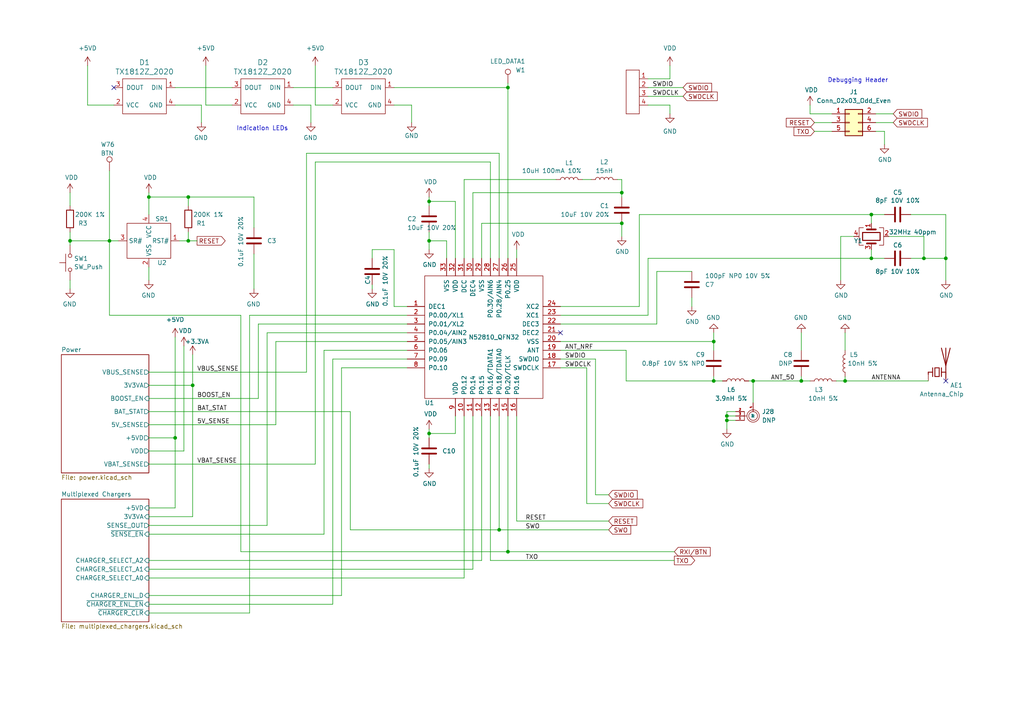
<source format=kicad_sch>
(kicad_sch (version 20230121) (generator eeschema)
  (paper "A4")
  (lib_symbols
    (symbol "Connector_Generic:Conn_02x03_Odd_Even" (pin_names (offset 1.016) hide)
      (property "Reference" "J" (at 1.27 5.08 0))
      (property "Value" "Conn_02x03_Odd_Even" (at 1.27 -5.08 0))
      (symbol "Conn_02x03_Odd_Even_1_1"
        (rectangle (start -1.27 -2.413) (end 0 -2.667) (stroke (width 0.1524)))
        (rectangle (start -1.27 0.127) (end 0 -0.127) (stroke (width 0.1524)))
        (rectangle (start -1.27 2.667) (end 0 2.413) (stroke (width 0.1524)))
        (rectangle (start -1.27 3.81) (end 3.81 -3.81) (stroke (width 0.254)) (fill (type background)))
        (rectangle (start 3.81 -2.413) (end 2.54 -2.667) (stroke (width 0.1524)))
        (rectangle (start 3.81 0.127) (end 2.54 -0.127) (stroke (width 0.1524)))
        (rectangle (start 3.81 2.667) (end 2.54 2.413) (stroke (width 0.1524)))
        (pin passive line (at -5.08 2.54 0) (length 3.81) (name "Pin_1") (number "1"))
        (pin passive line (at 7.62 2.54 180) (length 3.81) (name "Pin_2") (number "2"))
        (pin passive line (at -5.08 0 0) (length 3.81) (name "Pin_3") (number "3"))
        (pin passive line (at 7.62 0 180) (length 3.81) (name "Pin_4") (number "4"))
        (pin passive line (at -5.08 -2.54 0) (length 3.81) (name "Pin_5") (number "5"))
        (pin passive line (at 7.62 -2.54 180) (length 3.81) (name "Pin_6") (number "6"))
      )
    )
    (symbol "Device:Antenna_Chip" (pin_numbers hide) (pin_names (offset 1.016) hide)
      (property "Reference" "AE" (at 0 5.08 0))
      (property "Value" "Antenna_Chip" (at 0 3.175 0))
      (symbol "Antenna_Chip_0_1"
        (polyline (pts (xy -2.54 0) (xy -2.54 -0.635)) (stroke (width 0.254)))
        (polyline (pts (xy -2.54 0) (xy -1.27 0)) (stroke (width 0.254)))
        (polyline (pts (xy 1.27 0) (xy 2.54 0)) (stroke (width 0.254)))
        (polyline (pts (xy 1.27 1.27) (xy 1.27 -1.27)) (stroke (width 0.254)))
        (polyline (pts (xy 2.54 -0.635) (xy 2.54 0)))
        (polyline (pts (xy 2.54 6.985) (xy 2.54 -1.905)) (stroke (width 0.254)))
        (polyline (pts (xy -1.27 1.27) (xy -1.27 -1.27) (xy -1.27 0)) (stroke (width 0.254)))
        (polyline (pts (xy 3.81 6.985) (xy 2.54 1.905) (xy 1.27 6.985)) (stroke (width 0.254)))
        (polyline (pts (xy -0.635 1.27) (xy 0.635 1.27) (xy 0.635 -1.27) (xy -0.635 -1.27) (xy -0.635 1.27)) (stroke (width 0.254)))
      )
      (symbol "Antenna_Chip_1_1"
        (pin input line (at -2.54 -2.54 90) (length 2.54) (name "FEED") (number "1"))
        (pin passive line (at 2.54 -2.54 90) (length 2.54) (name "PCB_Trace") (number "2"))
      )
    )
    (symbol "Device:C" (pin_numbers hide) (pin_names (offset 0.254))
      (property "Reference" "C" (at 0.635 2.54 0))
      (property "Value" "C" (at 0.635 -2.54 0))
      (symbol "C_0_1"
        (polyline (pts (xy -2.032 -0.762) (xy 2.032 -0.762)) (stroke (width 0.508)))
        (polyline (pts (xy -2.032 0.762) (xy 2.032 0.762)) (stroke (width 0.508)))
      )
      (symbol "C_1_1"
        (pin passive line (at 0 3.81 270) (length 2.794) (name "~") (number "1"))
        (pin passive line (at 0 -3.81 90) (length 2.794) (name "~") (number "2"))
      )
    )
    (symbol "Device:Crystal_GND24" (pin_names (offset 1.016) hide)
      (property "Reference" "Y" (at 3.175 5.08 0))
      (property "Value" "Crystal_GND24" (at 3.175 3.175 0))
      (symbol "Crystal_GND24_0_1"
        (rectangle (start -1.143 2.54) (end 1.143 -2.54) (stroke (width 0.3048)))
        (polyline (pts (xy -2.54 0) (xy -2.032 0)))
        (polyline (pts (xy -2.032 -1.27) (xy -2.032 1.27)) (stroke (width 0.508)))
        (polyline (pts (xy 0 -3.81) (xy 0 -3.556)))
        (polyline (pts (xy 0 3.556) (xy 0 3.81)))
        (polyline (pts (xy 2.032 -1.27) (xy 2.032 1.27)) (stroke (width 0.508)))
        (polyline (pts (xy 2.032 0) (xy 2.54 0)))
        (polyline (pts (xy -2.54 -2.286) (xy -2.54 -3.556) (xy 2.54 -3.556) (xy 2.54 -2.286)))
        (polyline (pts (xy -2.54 2.286) (xy -2.54 3.556) (xy 2.54 3.556) (xy 2.54 2.286)))
      )
      (symbol "Crystal_GND24_1_1"
        (pin passive line (at -3.81 0 0) (length 1.27) (name "1") (number "1"))
        (pin passive line (at 0 5.08 270) (length 1.27) (name "2") (number "2"))
        (pin passive line (at 3.81 0 180) (length 1.27) (name "3") (number "3"))
        (pin passive line (at 0 -5.08 90) (length 1.27) (name "4") (number "4"))
      )
    )
    (symbol "Device:L" (pin_numbers hide) (pin_names (offset 1.016) hide)
      (property "Reference" "L" (at -1.27 0 90))
      (property "Value" "L" (at 1.905 0 90))
      (symbol "L_0_1"
        (arc (start 0 -2.54) (mid 0.6323 -1.905) (end 0 -1.27))
        (arc (start 0 -1.27) (mid 0.6323 -0.635) (end 0 0))
        (arc (start 0 0) (mid 0.6323 0.635) (end 0 1.27))
        (arc (start 0 1.27) (mid 0.6323 1.905) (end 0 2.54))
      )
      (symbol "L_1_1"
        (pin passive line (at 0 3.81 270) (length 1.27) (name "1") (number "1"))
        (pin passive line (at 0 -3.81 90) (length 1.27) (name "2") (number "2"))
      )
    )
    (symbol "Device:R" (pin_numbers hide) (pin_names (offset 0))
      (property "Reference" "R" (at 2.032 0 90))
      (property "Value" "R" (at 0 0 90))
      (symbol "R_0_1"
        (rectangle (start -1.016 -2.54) (end 1.016 2.54) (stroke (width 0.254)))
      )
      (symbol "R_1_1"
        (pin passive line (at 0 3.81 270) (length 1.27) (name "~") (number "1"))
        (pin passive line (at 0 -3.81 90) (length 1.27) (name "~") (number "2"))
      )
    )
    (symbol "Pixels-dice:N52810_QFN32" (pin_names (offset 1.016))
      (property "Reference" "U" (at 13.97 -19.05 0))
      (property "Value" "N52810_QFN32" (at 2.54 0 0))
      (symbol "N52810_QFN32_0_1"
        (rectangle (start -17.78 17.78) (end 16.51 -17.78))
      )
      (symbol "N52810_QFN32_1_1"
        (pin power_out line (at -22.86 8.89 0) (length 5.08) (name "DEC1") (number "1"))
        (pin bidirectional line (at -6.35 -22.86 90) (length 5.08) (name "P0.12") (number "10"))
        (pin bidirectional line (at -3.81 -22.86 90) (length 5.08) (name "P0.14") (number "11"))
        (pin bidirectional line (at -1.27 -22.86 90) (length 5.08) (name "P0.15") (number "12"))
        (pin bidirectional line (at 1.27 -22.86 90) (length 5.08) (name "P0.16/TDATA1") (number "13"))
        (pin bidirectional line (at 3.81 -22.86 90) (length 5.08) (name "P0.18/TDATA0") (number "14"))
        (pin bidirectional line (at 6.35 -22.86 90) (length 5.08) (name "P0.20/TCLK") (number "15"))
        (pin bidirectional line (at 8.89 -22.86 90) (length 5.08) (name "P0.16") (number "16"))
        (pin bidirectional line (at 21.59 -8.89 180) (length 5.08) (name "SWDCLK") (number "17"))
        (pin bidirectional line (at 21.59 -6.35 180) (length 5.08) (name "SWDIO") (number "18"))
        (pin output line (at 21.59 -3.81 180) (length 5.08) (name "ANT") (number "19"))
        (pin bidirectional line (at -22.86 6.35 0) (length 5.08) (name "P0.00/XL1") (number "2"))
        (pin output line (at 21.59 -1.27 180) (length 5.08) (name "VSS") (number "20"))
        (pin output line (at 21.59 1.27 180) (length 5.08) (name "DEC2") (number "21"))
        (pin output line (at 21.59 3.81 180) (length 5.08) (name "DEC3") (number "22"))
        (pin output line (at 21.59 6.35 180) (length 5.08) (name "XC1") (number "23"))
        (pin input line (at 21.59 8.89 180) (length 5.08) (name "XC2") (number "24"))
        (pin power_in line (at 8.89 22.86 270) (length 5.08) (name "VDD") (number "25"))
        (pin bidirectional line (at 6.35 22.86 270) (length 5.08) (name "P0.25") (number "26"))
        (pin bidirectional line (at 3.81 22.86 270) (length 5.08) (name "P0.28/AIN4") (number "27"))
        (pin bidirectional line (at 1.27 22.86 270) (length 5.08) (name "P0.30/AIN6") (number "28"))
        (pin power_in line (at -1.27 22.86 270) (length 5.08) (name "VSS") (number "29"))
        (pin bidirectional line (at -22.86 3.81 0) (length 5.08) (name "P0.01/XL2") (number "3"))
        (pin output line (at -3.81 22.86 270) (length 5.08) (name "DEC4") (number "30"))
        (pin output line (at -6.35 22.86 270) (length 5.08) (name "DCC") (number "31"))
        (pin power_in line (at -8.89 22.86 270) (length 5.08) (name "VDD") (number "32"))
        (pin power_in line (at -11.43 22.86 270) (length 5.08) (name "VSS") (number "33"))
        (pin bidirectional line (at -22.86 1.27 0) (length 5.08) (name "P0.04/AIN2") (number "4"))
        (pin bidirectional line (at -22.86 -1.27 0) (length 5.08) (name "P0.05/AIN3") (number "5"))
        (pin bidirectional line (at -22.86 -3.81 0) (length 5.08) (name "P0.06") (number "6"))
        (pin bidirectional line (at -22.86 -6.35 0) (length 5.08) (name "P0.09") (number "7"))
        (pin bidirectional line (at -22.86 -8.89 0) (length 5.08) (name "P0.10") (number "8"))
        (pin power_in line (at -8.89 -22.86 90) (length 5.08) (name "VDD") (number "9"))
      )
    )
    (symbol "Pixels-dice:SR1"
      (property "Reference" "U" (at 3.81 -6.35 0))
      (symbol "SR1_0_1"
        (polyline (pts (xy -6.35 5.08) (xy -6.35 -5.08) (xy 6.35 -5.08) (xy 6.35 5.08) (xy -6.35 5.08)))
      )
      (symbol "SR1_1_1"
        (pin output line (at 8.89 0 180) (length 2.54) (name "RST#") (number "1"))
        (pin power_in line (at 0 -7.62 90) (length 2.54) (name "VSS") (number "2"))
        (pin input line (at -8.89 0 0) (length 2.54) (name "SR#") (number "3"))
        (pin power_in line (at 0 7.62 270) (length 2.54) (name "VCC") (number "4"))
      )
    )
    (symbol "Pixels-dice:TEST_1P-conn" (pin_numbers hide) (pin_names (offset 0.762) hide)
      (property "Reference" "W" (at 0 6.858 0))
      (property "Value" "TEST_1P-conn" (at 0 5.08 0))
      (symbol "TEST_1P-conn_0_1"
        (circle (center 0 3.302) (radius 0.762))
      )
      (symbol "TEST_1P-conn_1_1"
        (pin passive line (at 0 0 90) (length 2.54) (name "1") (number "1"))
      )
    )
    (symbol "Pixels-dice:TX1812Z_2020" (pin_names (offset 1.016))
      (property "Reference" "D" (at 0 -6.35 0))
      (property "Value" "TX1812Z_2020" (at 0 6.35 0))
      (symbol "TX1812Z_2020_0_1"
        (rectangle (start -6.35 5.08) (end 6.35 -5.08))
      )
      (symbol "TX1812Z_2020_1_1"
        (pin input line (at -8.89 2.54 0) (length 2.54) (name "DIN") (number "1"))
        (pin power_in line (at 8.89 -2.54 180) (length 2.54) (name "VCC") (number "2"))
        (pin output line (at 8.89 2.54 180) (length 2.54) (name "DOUT") (number "3"))
        (pin power_in line (at -8.89 -2.54 0) (length 2.54) (name "GND") (number "4"))
      )
    )
    (symbol "Pixels-dice:W.FL"
      (property "Reference" "J" (at 3.81 -1.27 0))
      (property "Value" "W.FL" (at 4.445 1.27 0))
      (symbol "W.FL_0_1"
        (polyline (pts (xy -1.27 -2.54) (xy 1.27 -2.54)))
        (polyline (pts (xy 0 -2.54) (xy 0 -1.905)))
        (circle (center 0 0) (radius 1.27))
        (circle (center 0 0) (radius 1.7961))
      )
      (symbol "W.FL_1_1"
        (pin passive line (at 1.27 -5.08 90) (length 2.54) (name "") (number "1"))
        (pin passive line (at -1.27 -5.08 90) (length 2.54) (name "") (number "2"))
        (pin passive line (at 0 -5.08 90) (length 2.54) (name "") (number "3"))
        (pin passive line (at -3.81 0 0) (length 2.54) (name "RF") (number "4"))
      )
    )
    (symbol "Pixels-dice:heard4"
      (symbol "heard4_0_1"
        (rectangle (start -3.81 6.35) (end -3.81 -6.35))
        (rectangle (start -3.81 6.35) (end 0 6.35))
        (rectangle (start 0 -6.35) (end -3.81 -6.35))
        (rectangle (start 0 6.35) (end 0 -6.35))
      )
      (symbol "heard4_1_1"
        (pin free line (at 2.54 3.81 180) (length 2.54) (name "") (number "1"))
        (pin free line (at 2.54 1.27 180) (length 2.54) (name "") (number "2"))
        (pin free line (at 2.54 -1.27 180) (length 2.54) (name "") (number "3"))
        (pin free line (at 2.54 -3.81 180) (length 2.54) (name "") (number "4"))
      )
    )
    (symbol "Switch:SW_Push" (pin_numbers hide) (pin_names (offset 1.016) hide)
      (property "Reference" "SW" (at 1.27 2.54 0))
      (property "Value" "SW_Push" (at 0 -1.524 0))
      (symbol "SW_Push_0_1"
        (circle (center -2.032 0) (radius 0.508))
        (polyline (pts (xy 0 1.27) (xy 0 3.048)))
        (polyline (pts (xy 2.54 1.27) (xy -2.54 1.27)))
        (circle (center 2.032 0) (radius 0.508))
        (pin passive line (at -5.08 0 0) (length 2.54) (name "1") (number "1"))
        (pin passive line (at 5.08 0 180) (length 2.54) (name "2") (number "2"))
      )
    )
    (symbol "power:+3.3VA" (power) (pin_names (offset 0))
      (property "Value" "+3.3VA" (at 0 3.556 0))
      (symbol "+3.3VA_0_1"
        (polyline (pts (xy -0.762 1.27) (xy 0 2.54)))
        (polyline (pts (xy 0 0) (xy 0 2.54)))
        (polyline (pts (xy 0 2.54) (xy 0.762 1.27)))
      )
      (symbol "+3.3VA_1_1"
        (pin power_in line (at 0 0 90) (length 0) hide (name "+3.3VA") (number "1"))
      )
    )
    (symbol "power:+5VD" (power) (pin_names (offset 0))
      (property "Value" "+5VD" (at 0 3.556 0))
      (symbol "+5VD_0_1"
        (polyline (pts (xy -0.762 1.27) (xy 0 2.54)))
        (polyline (pts (xy 0 0) (xy 0 2.54)))
        (polyline (pts (xy 0 2.54) (xy 0.762 1.27)))
      )
      (symbol "+5VD_1_1"
        (pin power_in line (at 0 0 90) (length 0) hide (name "+5VD") (number "1"))
      )
    )
    (symbol "power:GND" (power) (pin_names (offset 0))
      (property "Value" "GND" (at 0 -3.81 0))
      (symbol "GND_0_1"
        (polyline (pts (xy 0 0) (xy 0 -1.27) (xy 1.27 -1.27) (xy 0 -2.54) (xy -1.27 -1.27) (xy 0 -1.27)))
      )
      (symbol "GND_1_1"
        (pin power_in line (at 0 0 270) (length 0) hide (name "GND") (number "1"))
      )
    )
    (symbol "power:VDD" (power) (pin_names (offset 0))
      (property "Value" "VDD" (at 0 3.81 0))
      (symbol "VDD_0_1"
        (polyline (pts (xy -0.762 1.27) (xy 0 2.54)))
        (polyline (pts (xy 0 0) (xy 0 2.54)))
        (polyline (pts (xy 0 2.54) (xy 0.762 1.27)))
      )
      (symbol "VDD_1_1"
        (pin power_in line (at 0 0 90) (length 0) hide (name "VDD") (number "1"))
      )
    )
  )
  (junction (at 210.82 121.92))
  (junction (at 147.32 160.02))
  (junction (at 144.78 153.67))
  (junction (at 124.46 125.73))
  (junction (at 252.73 74.93))
  (junction (at 55.88 111.76))
  (junction (at 245.11 110.49))
  (junction (at 252.73 62.23))
  (junction (at 50.8 127))
  (junction (at 31.75 69.85))
  (junction (at 124.46 69.85))
  (junction (at 147.32 25.4))
  (junction (at 54.61 57.15))
  (junction (at 54.61 69.85))
  (junction (at 274.32 74.93))
  (junction (at 267.97 74.93))
  (junction (at 207.01 99.06))
  (junction (at 43.18 57.15))
  (junction (at 180.34 64.77))
  (junction (at 124.46 58.42))
  (junction (at 20.32 69.85))
  (junction (at 218.44 110.49))
  (junction (at 232.41 110.49))
  (junction (at 210.82 120.65))
  (junction (at 207.01 110.49))
  (junction (at 180.34 55.88))
  (no_connect (at 162.56 96.52))
  (no_connect (at 274.32 110.49))
  (no_connect (at 33.02 25.4))
  (wire (pts (xy 80.01 99.06) (xy 118.11 99.06)))
  (wire (pts (xy 187.96 25.4) (xy 198.12 25.4)))
  (wire (pts (xy 20.32 67.31) (xy 20.32 69.85)))
  (wire (pts (xy 245.11 109.22) (xy 245.11 110.49)))
  (wire (pts (xy 20.32 55.88) (xy 20.32 59.69)))
  (wire (pts (xy 180.34 64.77) (xy 180.34 68.58)))
  (wire (pts (xy 67.31 30.48) (xy 59.69 30.48)))
  (wire (pts (xy 210.82 119.38) (xy 210.82 120.65)))
  (wire (pts (xy 180.34 52.07) (xy 180.34 55.88)))
  (wire (pts (xy 54.61 67.31) (xy 54.61 69.85)))
  (wire (pts (xy 217.17 110.49) (xy 218.44 110.49)))
  (wire (pts (xy 114.3 25.4) (xy 147.32 25.4)))
  (wire (pts (xy 58.42 30.48) (xy 58.42 35.56)))
  (wire (pts (xy 147.32 120.65) (xy 147.32 160.02)))
  (wire (pts (xy 101.6 153.67) (xy 101.6 119.38)))
  (wire (pts (xy 55.88 111.76) (xy 55.88 149.86)))
  (wire (pts (xy 252.73 74.93) (xy 256.54 74.93)))
  (wire (pts (xy 207.01 99.06) (xy 207.01 101.6)))
  (wire (pts (xy 144.78 153.67) (xy 101.6 153.67)))
  (wire (pts (xy 170.18 106.68) (xy 170.18 146.05)))
  (wire (pts (xy 96.52 104.14) (xy 118.11 104.14)))
  (wire (pts (xy 162.56 88.9) (xy 185.42 88.9)))
  (wire (pts (xy 267.97 68.58) (xy 267.97 74.93)))
  (wire (pts (xy 99.06 172.72) (xy 99.06 106.68)))
  (wire (pts (xy 134.62 52.07) (xy 161.29 52.07)))
  (wire (pts (xy 232.41 110.49) (xy 234.95 110.49)))
  (wire (pts (xy 72.39 91.44) (xy 72.39 177.8)))
  (wire (pts (xy 93.98 101.6) (xy 93.98 154.94)))
  (wire (pts (xy 91.44 46.99) (xy 142.24 46.99)))
  (wire (pts (xy 67.31 25.4) (xy 50.8 25.4)))
  (wire (pts (xy 241.3 38.1) (xy 236.22 38.1)))
  (wire (pts (xy 172.72 143.51) (xy 176.53 143.51)))
  (wire (pts (xy 139.7 64.77) (xy 180.34 64.77)))
  (wire (pts (xy 53.34 100.33) (xy 53.34 130.81)))
  (wire (pts (xy 147.32 24.13) (xy 147.32 25.4)))
  (wire (pts (xy 254 38.1) (xy 256.54 38.1)))
  (wire (pts (xy 194.31 19.05) (xy 194.31 22.86)))
  (wire (pts (xy 179.07 52.07) (xy 180.34 52.07)))
  (wire (pts (xy 43.18 111.76) (xy 55.88 111.76)))
  (wire (pts (xy 134.62 120.65) (xy 134.62 167.64)))
  (wire (pts (xy 53.34 130.81) (xy 43.18 130.81)))
  (wire (pts (xy 50.8 97.79) (xy 50.8 127)))
  (wire (pts (xy 210.82 120.65) (xy 210.82 121.92)))
  (wire (pts (xy 187.96 30.48) (xy 194.31 30.48)))
  (wire (pts (xy 142.24 120.65) (xy 142.24 162.56)))
  (wire (pts (xy 43.18 162.56) (xy 139.7 162.56)))
  (wire (pts (xy 181.61 101.6) (xy 181.61 110.49)))
  (wire (pts (xy 162.56 106.68) (xy 170.18 106.68)))
  (wire (pts (xy 139.7 64.77) (xy 139.7 74.93)))
  (wire (pts (xy 43.18 57.15) (xy 43.18 62.23)))
  (wire (pts (xy 80.01 123.19) (xy 80.01 99.06)))
  (wire (pts (xy 137.16 120.65) (xy 137.16 165.1)))
  (wire (pts (xy 185.42 62.23) (xy 252.73 62.23)))
  (wire (pts (xy 144.78 44.45) (xy 144.78 74.93)))
  (wire (pts (xy 50.8 147.32) (xy 50.8 127)))
  (wire (pts (xy 185.42 88.9) (xy 185.42 62.23)))
  (wire (pts (xy 59.69 19.05) (xy 59.69 30.48)))
  (wire (pts (xy 137.16 55.88) (xy 137.16 74.93)))
  (wire (pts (xy 200.66 86.36) (xy 200.66 88.9)))
  (wire (pts (xy 190.5 93.98) (xy 162.56 93.98)))
  (wire (pts (xy 181.61 110.49) (xy 207.01 110.49)))
  (wire (pts (xy 93.98 101.6) (xy 118.11 101.6)))
  (wire (pts (xy 43.18 152.4) (xy 77.47 152.4)))
  (wire (pts (xy 91.44 134.62) (xy 91.44 46.99)))
  (wire (pts (xy 232.41 96.52) (xy 232.41 101.6)))
  (wire (pts (xy 207.01 96.52) (xy 207.01 99.06)))
  (wire (pts (xy 256.54 38.1) (xy 256.54 41.91)))
  (wire (pts (xy 124.46 67.31) (xy 124.46 69.85)))
  (wire (pts (xy 180.34 55.88) (xy 137.16 55.88)))
  (wire (pts (xy 132.08 120.65) (xy 132.08 125.73)))
  (wire (pts (xy 144.78 120.65) (xy 144.78 153.67)))
  (wire (pts (xy 168.91 52.07) (xy 171.45 52.07)))
  (wire (pts (xy 134.62 74.93) (xy 134.62 52.07)))
  (wire (pts (xy 257.81 68.58) (xy 267.97 68.58)))
  (wire (pts (xy 107.95 82.55) (xy 107.95 83.82)))
  (wire (pts (xy 50.8 127) (xy 43.18 127)))
  (wire (pts (xy 114.3 72.39) (xy 107.95 72.39)))
  (wire (pts (xy 124.46 125.73) (xy 124.46 127)))
  (wire (pts (xy 162.56 99.06) (xy 207.01 99.06)))
  (wire (pts (xy 43.18 123.19) (xy 80.01 123.19)))
  (wire (pts (xy 74.93 93.98) (xy 74.93 115.57)))
  (wire (pts (xy 264.16 62.23) (xy 274.32 62.23)))
  (wire (pts (xy 43.18 55.88) (xy 43.18 57.15)))
  (wire (pts (xy 149.86 120.65) (xy 149.86 151.13)))
  (wire (pts (xy 241.3 35.56) (xy 236.22 35.56)))
  (wire (pts (xy 210.82 121.92) (xy 210.82 124.46)))
  (wire (pts (xy 187.96 74.93) (xy 252.73 74.93)))
  (wire (pts (xy 124.46 69.85) (xy 124.46 72.39)))
  (wire (pts (xy 242.57 110.49) (xy 245.11 110.49)))
  (wire (pts (xy 162.56 104.14) (xy 172.72 104.14)))
  (wire (pts (xy 241.3 33.02) (xy 234.95 33.02)))
  (wire (pts (xy 58.42 30.48) (xy 50.8 30.48)))
  (wire (pts (xy 142.24 162.56) (xy 195.58 162.56)))
  (wire (pts (xy 73.66 57.15) (xy 73.66 66.04)))
  (wire (pts (xy 162.56 101.6) (xy 181.61 101.6)))
  (wire (pts (xy 232.41 109.22) (xy 232.41 110.49)))
  (wire (pts (xy 72.39 91.44) (xy 118.11 91.44)))
  (wire (pts (xy 267.97 74.93) (xy 274.32 74.93)))
  (wire (pts (xy 77.47 152.4) (xy 77.47 96.52)))
  (wire (pts (xy 124.46 58.42) (xy 124.46 59.69)))
  (wire (pts (xy 93.98 154.94) (xy 43.18 154.94)))
  (wire (pts (xy 20.32 69.85) (xy 31.75 69.85)))
  (wire (pts (xy 43.18 175.26) (xy 96.52 175.26)))
  (wire (pts (xy 118.11 88.9) (xy 114.3 88.9)))
  (wire (pts (xy 124.46 134.62) (xy 124.46 135.89)))
  (wire (pts (xy 264.16 74.93) (xy 267.97 74.93)))
  (wire (pts (xy 139.7 120.65) (xy 139.7 162.56)))
  (wire (pts (xy 107.95 72.39) (xy 107.95 74.93)))
  (wire (pts (xy 54.61 57.15) (xy 73.66 57.15)))
  (wire (pts (xy 147.32 25.4) (xy 147.32 74.93)))
  (wire (pts (xy 149.86 72.39) (xy 149.86 74.93)))
  (wire (pts (xy 147.32 160.02) (xy 195.58 160.02)))
  (wire (pts (xy 213.36 121.92) (xy 210.82 121.92)))
  (wire (pts (xy 91.44 19.05) (xy 91.44 30.48)))
  (wire (pts (xy 124.46 58.42) (xy 124.46 57.15)))
  (wire (pts (xy 43.18 167.64) (xy 134.62 167.64)))
  (wire (pts (xy 54.61 69.85) (xy 57.15 69.85)))
  (wire (pts (xy 20.32 69.85) (xy 20.32 71.12)))
  (wire (pts (xy 247.65 68.58) (xy 243.84 68.58)))
  (wire (pts (xy 194.31 30.48) (xy 194.31 33.02)))
  (wire (pts (xy 43.18 57.15) (xy 54.61 57.15)))
  (wire (pts (xy 176.53 151.13) (xy 149.86 151.13)))
  (wire (pts (xy 243.84 68.58) (xy 243.84 81.28)))
  (wire (pts (xy 43.18 147.32) (xy 50.8 147.32)))
  (wire (pts (xy 88.9 107.95) (xy 88.9 44.45)))
  (wire (pts (xy 162.56 91.44) (xy 187.96 91.44)))
  (wire (pts (xy 96.52 25.4) (xy 85.09 25.4)))
  (wire (pts (xy 52.07 69.85) (xy 54.61 69.85)))
  (wire (pts (xy 218.44 110.49) (xy 218.44 116.84)))
  (wire (pts (xy 187.96 27.94) (xy 198.12 27.94)))
  (wire (pts (xy 33.02 30.48) (xy 25.4 30.48)))
  (wire (pts (xy 73.66 73.66) (xy 73.66 83.82)))
  (wire (pts (xy 74.93 93.98) (xy 118.11 93.98)))
  (wire (pts (xy 43.18 172.72) (xy 99.06 172.72)))
  (wire (pts (xy 245.11 110.49) (xy 269.24 110.49)))
  (wire (pts (xy 43.18 77.47) (xy 43.18 81.28)))
  (wire (pts (xy 55.88 111.76) (xy 55.88 102.87)))
  (wire (pts (xy 252.73 64.77) (xy 252.73 62.23)))
  (wire (pts (xy 274.32 62.23) (xy 274.32 74.93)))
  (wire (pts (xy 88.9 44.45) (xy 144.78 44.45)))
  (wire (pts (xy 176.53 153.67) (xy 144.78 153.67)))
  (wire (pts (xy 54.61 57.15) (xy 54.61 59.69)))
  (wire (pts (xy 124.46 125.73) (xy 124.46 124.46)))
  (wire (pts (xy 274.32 74.93) (xy 274.32 81.28)))
  (wire (pts (xy 43.18 107.95) (xy 88.9 107.95)))
  (wire (pts (xy 245.11 96.52) (xy 245.11 101.6)))
  (wire (pts (xy 200.66 78.74) (xy 190.5 78.74)))
  (wire (pts (xy 234.95 33.02) (xy 234.95 30.48)))
  (wire (pts (xy 96.52 104.14) (xy 96.52 175.26)))
  (wire (pts (xy 132.08 74.93) (xy 132.08 58.42)))
  (wire (pts (xy 43.18 177.8) (xy 72.39 177.8)))
  (wire (pts (xy 190.5 78.74) (xy 190.5 93.98)))
  (wire (pts (xy 20.32 81.28) (xy 20.32 83.82)))
  (wire (pts (xy 129.54 69.85) (xy 124.46 69.85)))
  (wire (pts (xy 119.38 30.48) (xy 114.3 30.48)))
  (wire (pts (xy 142.24 46.99) (xy 142.24 74.93)))
  (wire (pts (xy 96.52 30.48) (xy 91.44 30.48)))
  (wire (pts (xy 90.17 30.48) (xy 85.09 30.48)))
  (wire (pts (xy 99.06 106.68) (xy 118.11 106.68)))
  (wire (pts (xy 31.75 69.85) (xy 31.75 49.53)))
  (wire (pts (xy 25.4 19.05) (xy 25.4 30.48)))
  (wire (pts (xy 119.38 30.48) (xy 119.38 35.56)))
  (wire (pts (xy 31.75 91.44) (xy 69.85 91.44)))
  (wire (pts (xy 31.75 69.85) (xy 34.29 69.85)))
  (wire (pts (xy 43.18 115.57) (xy 74.93 115.57)))
  (wire (pts (xy 252.73 62.23) (xy 256.54 62.23)))
  (wire (pts (xy 31.75 69.85) (xy 31.75 91.44)))
  (wire (pts (xy 213.36 120.65) (xy 210.82 120.65)))
  (wire (pts (xy 132.08 58.42) (xy 124.46 58.42)))
  (wire (pts (xy 213.36 119.38) (xy 210.82 119.38)))
  (wire (pts (xy 180.34 55.88) (xy 180.34 57.15)))
  (wire (pts (xy 114.3 88.9) (xy 114.3 72.39)))
  (wire (pts (xy 207.01 110.49) (xy 209.55 110.49)))
  (wire (pts (xy 170.18 146.05) (xy 176.53 146.05)))
  (wire (pts (xy 43.18 149.86) (xy 55.88 149.86)))
  (wire (pts (xy 77.47 96.52) (xy 118.11 96.52)))
  (wire (pts (xy 172.72 104.14) (xy 172.72 143.51)))
  (wire (pts (xy 69.85 91.44) (xy 69.85 160.02)))
  (wire (pts (xy 187.96 91.44) (xy 187.96 74.93)))
  (wire (pts (xy 254 35.56) (xy 259.08 35.56)))
  (wire (pts (xy 254 33.02) (xy 259.08 33.02)))
  (wire (pts (xy 252.73 72.39) (xy 252.73 74.93)))
  (wire (pts (xy 218.44 110.49) (xy 232.41 110.49)))
  (wire (pts (xy 147.32 160.02) (xy 69.85 160.02)))
  (wire (pts (xy 207.01 109.22) (xy 207.01 110.49)))
  (wire (pts (xy 187.96 22.86) (xy 194.31 22.86)))
  (wire (pts (xy 132.08 125.73) (xy 124.46 125.73)))
  (wire (pts (xy 129.54 74.93) (xy 129.54 69.85)))
  (wire (pts (xy 43.18 165.1) (xy 137.16 165.1)))
  (wire (pts (xy 43.18 119.38) (xy 101.6 119.38)))
  (wire (pts (xy 90.17 35.56) (xy 90.17 30.48)))
  (wire (pts (xy 43.18 134.62) (xy 91.44 134.62)))
  (text "Debugging Header" (at 240.03 24.13 0) (effects (font (size 1.27 1.27)) (justify left bottom)))
  (text "Indication LEDs" (at 68.58 38.1 0) (effects (font (size 1.27 1.27)) (justify left bottom)))
  (label "ANT_50" (at 223.52 110.49 0))
  (label "ANTENNA" (at 252.73 110.49 0))
  (label "BOOST_EN" (at 57.15 115.57 0))
  (label "ANT_NRF" (at 163.83 101.6 0))
  (label "5V_SENSE" (at 57.15 123.19 0))
  (label "VBAT_SENSE" (at 57.15 134.62 0))
  (label "SWDCLK" (at 189.23 27.94 0))
  (label "TXO" (at 152.4 162.56 0))
  (label "VBUS_SENSE" (at 57.15 107.95 0))
  (label "RESET" (at 152.4 151.13 0))
  (label "SWO" (at 152.4 153.67 0))
  (label "SWDCLK" (at 163.83 106.68 0))
  (label "SWDIO" (at 163.83 104.14 0))
  (label "SWDIO" (at 189.23 25.4 0))
  (label "BAT_STAT" (at 57.15 119.38 0))
  (global_label "SWDIO" (shape input) (at 198.12 25.4 0) (property "Intersheetrefs" "${INTERSHEET_REFS}" (effects hide)))
  (global_label "RESET" (shape input) (at 236.22 35.56 180) (property "Intersheetrefs" "${INTERSHEET_REFS}" (effects hide)))
  (global_label "SWDCLK" (shape input) (at 198.12 27.94 0) (property "Intersheetrefs" "${INTERSHEET_REFS}" (effects hide)))
  (global_label "RESET" (shape output) (at 57.15 69.85 0) (property "Intersheetrefs" "${INTERSHEET_REFS}" (effects hide)))
  (global_label "SWDCLK" (shape input) (at 259.08 35.56 0) (property "Intersheetrefs" "${INTERSHEET_REFS}" (effects hide)))
  (global_label "TXO" (shape input) (at 236.22 38.1 180) (property "Intersheetrefs" "${INTERSHEET_REFS}" (effects hide)))
  (global_label "SWO" (shape input) (at 176.53 153.67 0) (property "Intersheetrefs" "${INTERSHEET_REFS}" (effects hide)))
  (global_label "RXI{slash}BTN" (shape input) (at 195.58 160.02 0) (property "Intersheetrefs" "${INTERSHEET_REFS}" (effects hide)))
  (global_label "SWDIO" (shape input) (at 176.53 143.51 0) (property "Intersheetrefs" "${INTERSHEET_REFS}" (effects hide)))
  (global_label "TXO" (shape output) (at 195.58 162.56 0) (property "Intersheetrefs" "${INTERSHEET_REFS}" (effects hide)))
  (global_label "RESET" (shape input) (at 176.53 151.13 0) (property "Intersheetrefs" "${INTERSHEET_REFS}" (effects hide)))
  (global_label "SWDIO" (shape input) (at 259.08 33.02 0) (property "Intersheetrefs" "${INTERSHEET_REFS}" (effects hide)))
  (global_label "SWDCLK" (shape input) (at 176.53 146.05 0) (property "Intersheetrefs" "${INTERSHEET_REFS}" (effects hide)))
  (symbol (lib_id "power:+3.3VA") (at 55.88 102.87 0) (unit 1)
    (property "Reference" "#PWR037" (effects hide))
    (property "Value" "+3.3VA" (at 57.15 99.06 0))
  )
  (symbol (lib_id "power:VDD") (at 234.95 30.48 0) (unit 1)
    (property "Reference" "#PWR04" (effects hide))
    (property "Value" "VDD" (at 235.331 26.0858 0))
  )
  (symbol (lib_id "Device:L") (at 213.36 110.49 90) (unit 1)
    (property "Reference" "L6" (at 212.09 113.03 90))
    (property "Value" "3.9nH 5%" (at 212.09 115.57 90))
    (property "Footprint" "Pixels-dice:0402_RF" (effects hide))
    (property "Generic OK" "YES" (effects hide))
    (property "Manufacturer" "Murata" (effects hide))
    (property "Manufacturer Part Number" "LQG15HS3N9B02D" (effects hide))
  )
  (symbol (lib_id "power:GND") (at 20.32 83.82 0) (mirror y) (unit 1)
    (property "Reference" "#PWR015" (effects hide))
    (property "Value" "GND" (at 20.193 88.2142 0))
  )
  (symbol (lib_id "Device:C") (at 124.46 130.81 0) (unit 1)
    (property "Reference" "C10" (at 128.27 130.81 0) (effects (justify left)))
    (property "Value" "0.1uF 10V 20%" (at 120.65 138.43 90) (effects (justify left)))
    (property "Footprint" "Capacitor_SMD:C_0402_1005Metric" (effects hide))
    (property "Generic OK" "YES" (effects hide))
    (property "Manufacturer" "Murata" (effects hide))
    (property "Manufacturer Part Number" "GRM155R61H104KE19D" (effects hide))
    (property "LCSC Part Number" "C2168305" (effects hide))
  )
  (symbol (lib_id "Device:Antenna_Chip") (at 271.78 107.95 0) (unit 1)
    (property "Reference" "AE1" (at 275.59 111.76 0) (effects (justify left)))
    (property "Value" "Antenna_Chip" (at 266.7 114.3 0) (effects (justify left)))
    (property "Footprint" "Pixels-dice:CHIP_ANT" (effects hide))
    (property "Generic OK" "NO" (effects hide))
    (property "Manufacturer" "Microgate" (effects hide))
    (property "Manufacturer Part Number" "MGMA3216H2450-A02" (effects hide))
  )
  (symbol (lib_id "power:GND") (at 243.84 81.28 0) (unit 1)
    (property "Reference" "#PWR019" (effects hide))
    (property "Value" "GND" (at 243.967 85.6742 0))
  )
  (symbol (lib_id "Device:Crystal_GND24") (at 252.73 68.58 270) (unit 1)
    (property "Reference" "Y1" (at 247.65 69.85 90) (effects (justify left)))
    (property "Value" "32MHz 40ppm" (at 257.81 67.31 90) (effects (justify left)))
    (property "Footprint" "Pixels-dice:Crystal_SMD_2016-4Pin_2.0x1.6mm" (effects hide))
    (property "Generic OK" "YES" (effects hide))
    (property "Manufacturer" "Murata" (effects hide))
    (property "Manufacturer Part Number" "XRCGB32M000F2P00R0" (effects hide))
    (property "Pixels Part Number" "SMD-Y001" (effects hide))
    (property "LCSC Part Number" "C527602" (effects hide))
  )
  (symbol (lib_id "Pixels-dice:W.FL") (at 218.44 120.65 270) (unit 1)
    (property "Reference" "J28" (at 220.98 119.3799 90) (effects (justify left)))
    (property "Value" "DNP" (at 220.98 121.9199 90) (effects (justify left)))
    (property "Footprint" "RFFrontEnd:MFH3.RECE.20369.001E.01" (effects hide))
    (property "Generic OK" "N/A" (effects hide))
  )
  (symbol (lib_id "Device:C") (at 260.35 62.23 270) (unit 1)
    (property "Reference" "C5" (at 260.35 55.8292 90))
    (property "Value" "8pF 10V 10%" (at 260.35 58.1406 90))
    (property "Footprint" "Capacitor_SMD:C_0402_1005Metric" (effects hide))
    (property "Generic OK" "YES" (effects hide))
    (property "Pixels Part Number" "SMD-C001" (effects hide))
    (property "Manufacturer" "Murata" (effects hide))
    (property "Manufacturer Part Number" "GRT1555C2A8R0DA02" (effects hide))
    (property "LCSC Part Number" "C521082" (effects hide))
  )
  (symbol (lib_id "power:GND") (at 43.18 81.28 0) (mirror y) (unit 1)
    (property "Reference" "#PWR02" (effects hide))
    (property "Value" "GND" (at 43.053 85.6742 0))
  )
  (symbol (lib_id "power:VDD") (at 124.46 124.46 0) (unit 1)
    (property "Reference" "#PWR025" (effects hide))
    (property "Value" "VDD" (at 124.8918 120.0658 0))
  )
  (symbol (lib_id "power:GND") (at 90.17 35.56 0) (mirror y) (unit 1)
    (property "Reference" "#PWR06" (effects hide))
    (property "Value" "GND" (at 90.043 39.9542 0))
  )
  (symbol (lib_id "power:GND") (at 124.46 72.39 0) (unit 1)
    (property "Reference" "#PWR012" (effects hide))
    (property "Value" "GND" (at 124.587 76.7842 0))
  )
  (symbol (lib_id "power:GND") (at 256.54 41.91 0) (unit 1)
    (property "Reference" "#PWR0101" (effects hide))
    (property "Value" "GND" (at 256.667 46.3042 0))
  )
  (symbol (lib_id "Device:L") (at 238.76 110.49 90) (unit 1)
    (property "Reference" "L3" (at 237.49 113.03 90))
    (property "Value" "10nH 5%" (at 238.76 115.57 90))
    (property "Footprint" "Pixels-dice:0402_RF" (effects hide))
    (property "Generic OK" "YES" (effects hide))
    (property "Manufacturer" "Murata" (effects hide))
    (property "Manufacturer Part Number" "LQG15HS10NJ02D" (effects hide))
  )
  (symbol (lib_id "power:VDD") (at 124.46 57.15 0) (unit 1)
    (property "Reference" "#PWR09" (effects hide))
    (property "Value" "VDD" (at 124.8918 52.7558 0))
  )
  (symbol (lib_id "power:GND") (at 245.11 96.52 180) (unit 1)
    (property "Reference" "#PWR087" (effects hide))
    (property "Value" "GND" (at 244.983 92.1258 0))
  )
  (symbol (lib_id "power:VDD") (at 20.32 55.88 0) (unit 1)
    (property "Reference" "#PWR08" (effects hide))
    (property "Value" "VDD" (at 20.7518 51.4858 0))
  )
  (symbol (lib_id "Device:R") (at 20.32 63.5 0) (unit 1)
    (property "Reference" "R3" (at 25.4 64.77 0) (effects (justify right)))
    (property "Value" "200K 1%" (at 30.48 62.23 0) (effects (justify right)))
    (property "Footprint" "Resistor_SMD:R_0402_1005Metric" (effects hide))
    (property "LCSC Part Number" "C25764" (effects hide))
    (property "Manufacturer" "UNI-ROYAL(Uniroyal Elec)" (effects hide))
    (property "Manufacturer Part Number" "0402WGF2003TCE" (effects hide))
  )
  (symbol (lib_id "power:+5VD") (at 59.69 19.05 0) (unit 1)
    (property "Reference" "#PWR0105" (effects hide))
    (property "Value" "+5VD" (at 59.69 13.97 0))
  )
  (symbol (lib_id "Pixels-dice:TX1812Z_2020") (at 105.41 27.94 0) (mirror y) (unit 1)
    (property "Reference" "D3" (at 105.41 18.1102 0) (effects (font (size 1.524 1.524))))
    (property "Value" "TX1812Z_2020" (at 105.41 20.8026 0) (effects (font (size 1.524 1.524))))
    (property "Footprint" "Pixels-dice:TX1812Z_2020" (effects hide))
    (property "Manufacturer" "TCWIN" (effects hide))
    (property "Manufacturer Part Number" "TC2020RGB-3CJH-TX1812Z5" (effects hide))
    (property "Pixels Part Number" "SMD-D002-ALT2" (effects hide))
    (property "Generic OK" "NO" (effects hide))
    (property "LCSC Part Number" "C784564" (effects hide))
  )
  (symbol (lib_id "Device:C") (at 124.46 63.5 0) (unit 1)
    (property "Reference" "C2" (at 118.11 63.5 0) (effects (justify left)))
    (property "Value" "10uF 10V 20%" (at 118.11 66.04 0) (effects (justify left)))
    (property "Footprint" "Capacitor_SMD:C_0603_1608Metric" (effects hide))
    (property "Generic OK" "YES" (effects hide))
    (property "Pixels Part Number" "SMD-C002" (effects hide))
    (property "Manufacturer" "Murata" (effects hide))
    (property "Manufacturer Part Number" "GRM188R61A106ME69D" (effects hide))
  )
  (symbol (lib_id "Pixels-dice:TEST_1P-conn") (at 31.75 49.53 0) (unit 1)
    (property "Reference" "W76" (at 29.21 41.91 0) (effects (justify left)))
    (property "Value" "BTN" (at 29.21 44.45 0) (effects (justify left)))
    (property "Footprint" "Pixels-dice:TestPoint_1.5x1.5_Drill0.9mm" (effects hide))
  )
  (symbol (lib_id "Device:C") (at 73.66 69.85 0) (unit 1)
    (property "Reference" "C3" (at 77.47 69.85 0) (effects (justify left)))
    (property "Value" "0.1uF 10V 20%" (at 69.85 77.47 90) (effects (justify left)))
    (property "Footprint" "Capacitor_SMD:C_0402_1005Metric" (effects hide))
    (property "Generic OK" "YES" (effects hide))
    (property "Manufacturer" "Murata" (effects hide))
    (property "Manufacturer Part Number" "GRM155R61H104KE19D" (effects hide))
    (property "LCSC Part Number" "C2168305" (effects hide))
  )
  (symbol (lib_id "power:GND") (at 119.38 35.56 0) (mirror y) (unit 1)
    (property "Reference" "#PWR07" (effects hide))
    (property "Value" "GND" (at 119.38 39.37 0))
  )
  (symbol (lib_id "Device:L") (at 175.26 52.07 90) (unit 1)
    (property "Reference" "L2" (at 175.26 46.99 90))
    (property "Value" "15nH" (at 175.26 49.53 90))
    (property "Footprint" "Inductor_SMD:L_0402_1005Metric" (effects hide))
    (property "Generic OK" "YES" (effects hide))
    (property "Manufacturer" "Murata" (effects hide))
    (property "Manufacturer Part Number" "LQG15HS15NJ02D" (effects hide))
    (property "LCSC Part Number" "C87189" (effects hide))
  )
  (symbol (lib_id "power:GND") (at 200.66 88.9 0) (unit 1)
    (property "Reference" "#PWR022" (effects hide))
    (property "Value" "GND" (at 200.787 93.2942 0))
  )
  (symbol (lib_id "power:GND") (at 232.41 96.52 180) (unit 1)
    (property "Reference" "#PWR024" (effects hide))
    (property "Value" "GND" (at 232.283 92.1258 0))
  )
  (symbol (lib_id "Device:C") (at 232.41 105.41 180) (unit 1)
    (property "Reference" "C8" (at 229.87 102.87 0) (effects (justify left)))
    (property "Value" "DNP" (at 229.87 105.41 0) (effects (justify left)))
    (property "Footprint" "Pixels-dice:0402_RF" (effects hide))
    (property "Generic OK" "YES" (effects hide))
    (property "Pixels Part Number" "SMD-C004" (effects hide))
  )
  (symbol (lib_id "power:VDD") (at 53.34 100.33 0) (unit 1)
    (property "Reference" "#PWR018" (effects hide))
    (property "Value" "VDD" (at 53.7718 95.9358 0))
  )
  (symbol (lib_id "Switch:SW_Push") (at 20.32 76.2 90) (mirror x) (unit 1)
    (property "Reference" "SW1" (at 21.463 74.9879 90) (effects (justify right)))
    (property "Value" "SW_Push" (at 21.463 77.4121 90) (effects (justify right)))
    (property "Footprint" "Pixels-dice:TSB002" (effects hide))
    (property "Manufacturer" "BZCN" (effects hide))
    (property "Manufacturer Part Number" "TSB001A3526A02" (effects hide))
    (property "LCSC Part Number" "C2888889" (effects hide))
    (property "Generic OK" "NO" (effects hide))
  )
  (symbol (lib_id "power:+5VD") (at 91.44 19.05 0) (unit 1)
    (property "Reference" "#PWR0108" (effects hide))
    (property "Value" "+5VD" (at 91.44 13.97 0))
  )
  (symbol (lib_id "Device:C") (at 207.01 105.41 180) (unit 1)
    (property "Reference" "C9" (at 204.47 102.87 0) (effects (justify left)))
    (property "Value" "0.8pF 10V 5% NP0" (at 204.47 105.41 0) (effects (justify left)))
    (property "Footprint" "Pixels-dice:0402_RF" (effects hide))
    (property "Generic OK" "YES" (effects hide))
    (property "Pixels Part Number" "SMD-C004" (effects hide))
    (property "Manufacturer" "Murata" (effects hide))
    (property "Manufacturer Part Number" "GJM1555C1HR80BB01" (effects hide))
  )
  (symbol (lib_id "Pixels-dice:heard4") (at 185.42 26.67 0) (unit 1)
    (property "Reference" "P1" (effects hide))
    (property "Value" "heard4" (effects hide))
    (property "Footprint" "Pixels-dice:4x2.54mm_SMD" (effects hide))
  )
  (symbol (lib_id "power:+5VD") (at 25.4 19.05 0) (unit 1)
    (property "Reference" "#PWR0106" (effects hide))
    (property "Value" "+5VD" (at 25.4 13.97 0))
  )
  (symbol (lib_id "power:GND") (at 58.42 35.56 0) (mirror y) (unit 1)
    (property "Reference" "#PWR05" (effects hide))
    (property "Value" "GND" (at 58.293 39.9542 0))
  )
  (symbol (lib_id "power:GND") (at 274.32 81.28 0) (unit 1)
    (property "Reference" "#PWR020" (effects hide))
    (property "Value" "GND" (at 274.447 85.6742 0))
  )
  (symbol (lib_id "Pixels-dice:N52810_QFN32") (at 140.97 97.79 0) (unit 1)
    (property "Reference" "U1" (at 123.19 116.84 0) (effects (justify left)))
    (property "Value" "N52810_QFN32" (at 135.89 97.79 0) (effects (justify left)))
    (property "Footprint" "Package_DFN_QFN:QFN-32-1EP_5x5mm_P0.5mm_EP3.1x3.1mm" (effects hide))
    (property "Generic OK" "NO" (effects hide))
    (property "Manufacturer" "Nordic Semiconductor" (effects hide))
    (property "Manufacturer Part Number" "NRF52810-QCAA-R" (effects hide))
    (property "Pixels Part Number" "SMD-U001" (effects hide))
  )
  (symbol (lib_id "power:+5VD") (at 50.8 97.79 0) (unit 1)
    (property "Reference" "#PWR0107" (effects hide))
    (property "Value" "+5VD" (at 50.8 92.71 0))
  )
  (symbol (lib_id "power:GND") (at 194.31 33.02 0) (unit 1)
    (property "Reference" "#PWR0102" (effects hide))
    (property "Value" "GND" (at 194.31 38.1 0))
  )
  (symbol (lib_id "Device:L") (at 165.1 52.07 90) (unit 1)
    (property "Reference" "L1" (at 165.1 47.244 90))
    (property "Value" "10uH 100mA 10%" (at 160.02 49.53 90))
    (property "Footprint" "Inductor_SMD:L_0805_2012Metric" (effects hide))
    (property "Generic OK" "YES" (effects hide))
    (property "Pixels Part Number" "SMD-L001" (effects hide))
    (property "Manufacturer" "Murata" (effects hide))
    (property "Manufacturer Part Number" "LQM21FN100M80L" (effects hide))
    (property "LCSC Part Number" "C223269" (effects hide))
  )
  (symbol (lib_id "power:GND") (at 73.66 83.82 0) (mirror y) (unit 1)
    (property "Reference" "#PWR016" (effects hide))
    (property "Value" "GND" (at 73.533 88.2142 0))
  )
  (symbol (lib_id "power:VDD") (at 149.86 72.39 0) (unit 1)
    (property "Reference" "#PWR013" (effects hide))
    (property "Value" "VDD" (at 150.2918 67.9958 0))
  )
  (symbol (lib_id "Device:C") (at 200.66 82.55 0) (unit 1)
    (property "Reference" "C7" (at 204.47 82.55 0) (effects (justify left)))
    (property "Value" "100pF NP0 10V 5%" (at 204.47 80.01 0) (effects (justify left)))
    (property "Footprint" "Capacitor_SMD:C_0402_1005Metric" (effects hide))
    (property "Generic OK" "YES" (effects hide))
    (property "Pixels Part Number" "SMD-C003" (effects hide))
    (property "Manufacturer" "Murata" (effects hide))
    (property "Manufacturer Part Number" "GCM1555C1H101JA16J" (effects hide))
    (property "LCSC Part Number" "C2188957" (effects hide))
  )
  (symbol (lib_id "Device:C") (at 107.95 78.74 0) (unit 1)
    (property "Reference" "C4" (at 106.68 82.55 90) (effects (justify left)))
    (property "Value" "0.1uF 10V 20%" (at 111.76 88.9 90) (effects (justify left)))
    (property "Footprint" "Capacitor_SMD:C_0402_1005Metric" (effects hide))
    (property "Generic OK" "YES" (effects hide))
    (property "Manufacturer" "Murata" (effects hide))
    (property "Manufacturer Part Number" "GRM155R61H104KE19D" (effects hide))
    (property "LCSC Part Number" "C2168305" (effects hide))
  )
  (symbol (lib_id "Pixels-dice:TX1812Z_2020") (at 41.91 27.94 0) (mirror y) (unit 1)
    (property "Reference" "D1" (at 41.91 18.1102 0) (effects (font (size 1.524 1.524))))
    (property "Value" "TX1812Z_2020" (at 41.91 20.8026 0) (effects (font (size 1.524 1.524))))
    (property "Footprint" "Pixels-dice:TX1812Z_2020" (effects hide))
    (property "Manufacturer" "TCWIN" (effects hide))
    (property "Manufacturer Part Number" "TC2020RGB-3CJH-TX1812Z5" (effects hide))
    (property "Pixels Part Number" "SMD-D002-ALT2" (effects hide))
    (property "Generic OK" "NO" (effects hide))
    (property "LCSC Part Number" "C784564" (effects hide))
  )
  (symbol (lib_id "power:GND") (at 210.82 124.46 0) (unit 1)
    (property "Reference" "#PWR023" (effects hide))
    (property "Value" "GND" (at 210.947 128.8542 0))
  )
  (symbol (lib_id "power:GND") (at 124.46 135.89 0) (unit 1)
    (property "Reference" "#PWR026" (effects hide))
    (property "Value" "GND" (at 124.587 140.2842 0))
  )
  (symbol (lib_id "power:GND") (at 107.95 83.82 0) (unit 1)
    (property "Reference" "#PWR014" (effects hide))
    (property "Value" "GND" (at 108.077 88.2142 0))
  )
  (symbol (lib_id "Device:C") (at 260.35 74.93 270) (unit 1)
    (property "Reference" "C6" (at 260.35 71.12 90))
    (property "Value" "8pF 10V 10%" (at 260.35 78.74 90))
    (property "Footprint" "Capacitor_SMD:C_0402_1005Metric" (effects hide))
    (property "Generic OK" "YES" (effects hide))
    (property "Pixels Part Number" "SMD-C001" (effects hide))
    (property "Manufacturer" "Murata" (effects hide))
    (property "Manufacturer Part Number" "GRT1555C2A8R0DA02" (effects hide))
    (property "LCSC Part Number" "C521082" (effects hide))
  )
  (symbol (lib_id "Device:R") (at 54.61 63.5 0) (unit 1)
    (property "Reference" "R1" (at 59.69 64.77 0) (effects (justify right)))
    (property "Value" "200K 1%" (at 64.77 62.23 0) (effects (justify right)))
    (property "Footprint" "Resistor_SMD:R_0402_1005Metric" (effects hide))
    (property "LCSC Part Number" "C25764" (effects hide))
    (property "Manufacturer" "UNI-ROYAL(Uniroyal Elec)" (effects hide))
    (property "Manufacturer Part Number" "0402WGF2003TCE" (effects hide))
  )
  (symbol (lib_id "Connector_Generic:Conn_02x03_Odd_Even") (at 246.38 35.56 0) (unit 1)
    (property "Reference" "J1" (at 247.65 26.67 0))
    (property "Value" "Conn_02x03_Odd_Even" (at 247.65 29.21 0))
    (property "Footprint" "Connector_PinHeader_1.27mm:PinHeader_2x03_P1.27mm_Vertical_SMD" (effects hide))
    (property "Manufacturer Part Number" "PZ127-2-03-S" (effects hide))
  )
  (symbol (lib_id "power:GND") (at 180.34 68.58 0) (unit 1)
    (property "Reference" "#PWR011" (effects hide))
    (property "Value" "GND" (at 180.467 72.9742 0))
  )
  (symbol (lib_id "power:VDD") (at 194.31 19.05 0) (unit 1)
    (property "Reference" "#PWR0103" (effects hide))
    (property "Value" "VDD" (at 194.31 13.97 0))
  )
  (symbol (lib_id "power:GND") (at 207.01 96.52 180) (unit 1)
    (property "Reference" "#PWR021" (effects hide))
    (property "Value" "GND" (at 206.883 92.1258 0))
  )
  (symbol (lib_id "Pixels-dice:SR1") (at 43.18 69.85 0) (unit 1)
    (property "Reference" "U2" (at 46.99 76.2 0))
    (property "Value" "SR1" (at 46.99 63.5 0))
    (property "Footprint" "Pixels-dice:UDFN-6" (effects hide))
    (property "Generic OK" "NO" (effects hide))
    (property "Manufacturer" "ST Microelectronics" (effects hide))
    (property "Manufacturer Part Number" "SR1PAAU" (effects hide))
  )
  (symbol (lib_id "Device:C") (at 180.34 60.96 0) (unit 1)
    (property "Reference" "C1" (at 173.99 59.69 0) (effects (justify left)))
    (property "Value" "10uF 10V 20%" (at 162.56 62.23 0) (effects (justify left)))
    (property "Footprint" "Capacitor_SMD:C_0603_1608Metric" (effects hide))
    (property "Generic OK" "YES" (effects hide))
    (property "Pixels Part Number" "SMD-C002" (effects hide))
    (property "Manufacturer" "Murata" (effects hide))
    (property "Manufacturer Part Number" "GRM188R61A106ME69D" (effects hide))
  )
  (symbol (lib_id "power:VDD") (at 43.18 55.88 0) (unit 1)
    (property "Reference" "#PWR01" (effects hide))
    (property "Value" "VDD" (at 43.6118 51.4858 0))
  )
  (symbol (lib_id "Device:L") (at 245.11 105.41 180) (unit 1)
    (property "Reference" "L5" (at 247.65 102.87 0))
    (property "Value" "10nH 5%" (at 250.19 105.41 0))
    (property "Footprint" "Pixels-dice:0402_RF" (effects hide))
    (property "Generic OK" "YES" (effects hide))
    (property "Manufacturer" "Murata" (effects hide))
    (property "Manufacturer Part Number" "LQG15HS10NJ02D" (effects hide))
  )
  (symbol (lib_id "Pixels-dice:TEST_1P-conn") (at 147.32 24.13 0) (mirror y) (unit 1)
    (property "Reference" "W1" (at 152.4 20.32 0) (effects (justify left)))
    (property "Value" "LED_DATA1" (at 152.4 17.78 0) (effects (justify left)))
    (property "Footprint" "Pixels-dice:TEST_PIN" (effects hide))
  )
  (symbol (lib_id "Pixels-dice:TX1812Z_2020") (at 76.2 27.94 0) (mirror y) (unit 1)
    (property "Reference" "D2" (at 76.2 18.1102 0) (effects (font (size 1.524 1.524))))
    (property "Value" "TX1812Z_2020" (at 76.2 20.8026 0) (effects (font (size 1.524 1.524))))
    (property "Footprint" "Pixels-dice:TX1812Z_2020" (effects hide))
    (property "Manufacturer" "TCWIN" (effects hide))
    (property "Manufacturer Part Number" "TC2020RGB-3CJH-TX1812Z5" (effects hide))
    (property "Pixels Part Number" "SMD-D002-ALT2" (effects hide))
    (property "Generic OK" "NO" (effects hide))
    (property "LCSC Part Number" "C784564" (effects hide))
  )
  (sheet (at 17.78 144.78) (size 25.4 35.56) (stroke (width 0.1524))
    (property "Sheetname" "Multiplexed Chargers" (at 17.78 144.0684 0) (effects (justify left bottom)))
    (property "Sheetfile" "multiplexed_chargers.kicad_sch" (at 17.78 180.9246 0) (effects (justify left top)))
    (pin "SENSE_OUT" output (at 43.18 152.4 0))
    (pin "~{CHARGER_ENL_EN}" input (at 43.18 175.26 0))
    (pin "CHARGER_ENL_D" input (at 43.18 172.72 0))
    (pin "CHARGER_SELECT_A2" input (at 43.18 162.56 0))
    (pin "CHARGER_SELECT_A1" input (at 43.18 165.1 0))
    (pin "CHARGER_SELECT_A0" input (at 43.18 167.64 0))
    (pin "~{SENSE_EN}" input (at 43.18 154.94 0))
    (pin "~{CHARGER_CLR}" input (at 43.18 177.8 0))
    (pin "3V3VA" input (at 43.18 149.86 0))
    (pin "+5VD" input (at 43.18 147.32 0))
  )
  (sheet (at 17.78 102.87) (size 25.4 34.29) (stroke (width 0.1524))
    (property "Sheetname" "Power" (at 17.78 102.1584 0) (effects (justify left bottom)))
    (property "Sheetfile" "power.kicad_sch" (at 17.78 137.7446 0) (effects (justify left top)))
    (pin "VDD" output (at 43.18 130.81 0))
    (pin "VBAT_SENSE" output (at 43.18 134.62 0))
    (pin "BAT_STAT" output (at 43.18 119.38 0))
    (pin "BOOST_EN" input (at 43.18 115.57 0))
    (pin "+5VD" output (at 43.18 127 0))
    (pin "5V_SENSE" output (at 43.18 123.19 0))
    (pin "3V3VA" output (at 43.18 111.76 0))
    (pin "VBUS_SENSE" output (at 43.18 107.95 0))
  )
)
</source>
